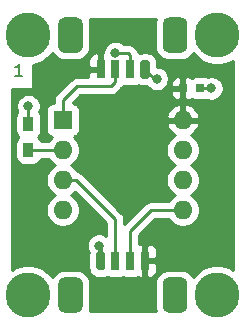
<source format=gbr>
G04 #@! TF.GenerationSoftware,KiCad,Pcbnew,(5.1.9)-1*
G04 #@! TF.CreationDate,2021-05-12T15:35:23+02:00*
G04 #@! TF.ProjectId,GPSMux,4750534d-7578-42e6-9b69-6361645f7063,01*
G04 #@! TF.SameCoordinates,Original*
G04 #@! TF.FileFunction,Copper,L1,Top*
G04 #@! TF.FilePolarity,Positive*
%FSLAX46Y46*%
G04 Gerber Fmt 4.6, Leading zero omitted, Abs format (unit mm)*
G04 Created by KiCad (PCBNEW (5.1.9)-1) date 2021-05-12 15:35:23*
%MOMM*%
%LPD*%
G01*
G04 APERTURE LIST*
G04 #@! TA.AperFunction,NonConductor*
%ADD10C,0.150000*%
G04 #@! TD*
G04 #@! TA.AperFunction,ComponentPad*
%ADD11C,3.800000*%
G04 #@! TD*
G04 #@! TA.AperFunction,SMDPad,CuDef*
%ADD12R,0.800000X0.750000*%
G04 #@! TD*
G04 #@! TA.AperFunction,ComponentPad*
%ADD13O,1.600000X1.600000*%
G04 #@! TD*
G04 #@! TA.AperFunction,ComponentPad*
%ADD14R,1.600000X1.600000*%
G04 #@! TD*
G04 #@! TA.AperFunction,SMDPad,CuDef*
%ADD15R,0.900000X1.200000*%
G04 #@! TD*
G04 #@! TA.AperFunction,ConnectorPad*
%ADD16R,0.800000X1.600000*%
G04 #@! TD*
G04 #@! TA.AperFunction,ViaPad*
%ADD17C,0.800000*%
G04 #@! TD*
G04 #@! TA.AperFunction,Conductor*
%ADD18C,0.250000*%
G04 #@! TD*
G04 #@! TA.AperFunction,Conductor*
%ADD19C,0.254000*%
G04 #@! TD*
G04 #@! TA.AperFunction,Conductor*
%ADD20C,0.100000*%
G04 #@! TD*
G04 APERTURE END LIST*
D10*
X124485714Y-45452380D02*
X123914285Y-45452380D01*
X124200000Y-45452380D02*
X124200000Y-44452380D01*
X124104761Y-44595238D01*
X124009523Y-44690476D01*
X123914285Y-44738095D01*
D11*
X125000000Y-42000000D03*
X141000000Y-42000000D03*
X141000000Y-64000000D03*
X125000000Y-64000000D03*
D12*
X139580000Y-46500000D03*
X138080000Y-46500000D03*
D13*
X138080000Y-49190000D03*
X127920000Y-56810000D03*
X138080000Y-51730000D03*
X127920000Y-54270000D03*
X138080000Y-54270000D03*
X127920000Y-51730000D03*
X138080000Y-56810000D03*
D14*
X127920000Y-49190000D03*
D15*
X125000000Y-49530000D03*
X125000000Y-51730000D03*
G04 #@! TA.AperFunction,ConnectorPad*
G36*
G01*
X131525000Y-60500000D02*
X131525000Y-61700000D01*
G75*
G02*
X131325000Y-61900000I-200000J0D01*
G01*
X130925000Y-61900000D01*
G75*
G02*
X130725000Y-61700000I0J200000D01*
G01*
X130725000Y-60500000D01*
G75*
G02*
X130925000Y-60300000I200000J0D01*
G01*
X131325000Y-60300000D01*
G75*
G02*
X131525000Y-60500000I0J-200000D01*
G01*
G37*
G04 #@! TD.AperFunction*
D16*
X132375000Y-61100000D03*
X134875000Y-61100000D03*
X133625000Y-61100000D03*
G04 #@! TA.AperFunction,ConnectorPad*
G36*
G01*
X129625000Y-63025000D02*
X129625000Y-64975000D01*
G75*
G02*
X129100000Y-65500000I-525000J0D01*
G01*
X128050000Y-65500000D01*
G75*
G02*
X127525000Y-64975000I0J525000D01*
G01*
X127525000Y-63025000D01*
G75*
G02*
X128050000Y-62500000I525000J0D01*
G01*
X129100000Y-62500000D01*
G75*
G02*
X129625000Y-63025000I0J-525000D01*
G01*
G37*
G04 #@! TD.AperFunction*
G04 #@! TA.AperFunction,ConnectorPad*
G36*
G01*
X138475000Y-63025000D02*
X138475000Y-64975000D01*
G75*
G02*
X137950000Y-65500000I-525000J0D01*
G01*
X136900000Y-65500000D01*
G75*
G02*
X136375000Y-64975000I0J525000D01*
G01*
X136375000Y-63025000D01*
G75*
G02*
X136900000Y-62500000I525000J0D01*
G01*
X137950000Y-62500000D01*
G75*
G02*
X138475000Y-63025000I0J-525000D01*
G01*
G37*
G04 #@! TD.AperFunction*
G04 #@! TA.AperFunction,ConnectorPad*
G36*
G01*
X134475000Y-45500000D02*
X134475000Y-44300000D01*
G75*
G02*
X134675000Y-44100000I200000J0D01*
G01*
X135075000Y-44100000D01*
G75*
G02*
X135275000Y-44300000I0J-200000D01*
G01*
X135275000Y-45500000D01*
G75*
G02*
X135075000Y-45700000I-200000J0D01*
G01*
X134675000Y-45700000D01*
G75*
G02*
X134475000Y-45500000I0J200000D01*
G01*
G37*
G04 #@! TD.AperFunction*
X133625000Y-44900000D03*
X131125000Y-44900000D03*
X132375000Y-44900000D03*
G04 #@! TA.AperFunction,ConnectorPad*
G36*
G01*
X136375000Y-42975000D02*
X136375000Y-41025000D01*
G75*
G02*
X136900000Y-40500000I525000J0D01*
G01*
X137950000Y-40500000D01*
G75*
G02*
X138475000Y-41025000I0J-525000D01*
G01*
X138475000Y-42975000D01*
G75*
G02*
X137950000Y-43500000I-525000J0D01*
G01*
X136900000Y-43500000D01*
G75*
G02*
X136375000Y-42975000I0J525000D01*
G01*
G37*
G04 #@! TD.AperFunction*
G04 #@! TA.AperFunction,ConnectorPad*
G36*
G01*
X127525000Y-42975000D02*
X127525000Y-41025000D01*
G75*
G02*
X128050000Y-40500000I525000J0D01*
G01*
X129100000Y-40500000D01*
G75*
G02*
X129625000Y-41025000I0J-525000D01*
G01*
X129625000Y-42975000D01*
G75*
G02*
X129100000Y-43500000I-525000J0D01*
G01*
X128050000Y-43500000D01*
G75*
G02*
X127525000Y-42975000I0J525000D01*
G01*
G37*
G04 #@! TD.AperFunction*
D17*
X140500000Y-46500000D03*
X130985516Y-59823381D03*
X135875002Y-45700000D03*
X135750000Y-58000000D03*
X125000000Y-53500000D03*
X133625000Y-42325000D03*
X125000000Y-48000056D03*
X132375000Y-43499998D03*
D18*
X139750000Y-46500000D02*
X140500000Y-46500000D01*
X131125000Y-59962865D02*
X130985516Y-59823381D01*
X131125000Y-61100000D02*
X131125000Y-59962865D01*
X135675000Y-45700000D02*
X134875000Y-44900000D01*
X135875002Y-45700000D02*
X135675000Y-45700000D01*
X138080000Y-48058630D02*
X138080000Y-46500000D01*
X138080000Y-49190000D02*
X138080000Y-48058630D01*
X125000000Y-49400000D02*
X125000000Y-48000056D01*
X127920000Y-51730000D02*
X126230000Y-51730000D01*
X126230000Y-51730000D02*
X125000000Y-51730000D01*
X132375000Y-60050000D02*
X132375000Y-61100000D01*
X132375000Y-57593630D02*
X132375000Y-60050000D01*
X129051370Y-54270000D02*
X132375000Y-57593630D01*
X127920000Y-54270000D02*
X129051370Y-54270000D01*
X133625000Y-61100000D02*
X133625000Y-58575000D01*
X135390000Y-56810000D02*
X138080000Y-56810000D01*
X133625000Y-58575000D02*
X135390000Y-56810000D01*
X132375000Y-45950000D02*
X132375000Y-44900000D01*
X132000000Y-46325000D02*
X132375000Y-45950000D01*
X129100000Y-46325000D02*
X132000000Y-46325000D01*
X127920000Y-49190000D02*
X127920000Y-47505000D01*
X127920000Y-47505000D02*
X129100000Y-46325000D01*
X132375000Y-43499998D02*
X133449998Y-43499998D01*
X133625000Y-43675000D02*
X133625000Y-44900000D01*
X133449998Y-43499998D02*
X133625000Y-43675000D01*
D19*
X135759276Y-40798096D02*
X135736928Y-41025000D01*
X135736928Y-42975000D01*
X135759276Y-43201904D01*
X135825462Y-43420088D01*
X135932941Y-43621168D01*
X136077584Y-43797416D01*
X136253832Y-43942059D01*
X136454912Y-44049538D01*
X136673096Y-44115724D01*
X136900000Y-44138072D01*
X137950000Y-44138072D01*
X138176904Y-44115724D01*
X138395088Y-44049538D01*
X138596168Y-43942059D01*
X138772416Y-43797416D01*
X138917059Y-43621168D01*
X138969214Y-43523593D01*
X139030937Y-43615968D01*
X139384032Y-43969063D01*
X139799227Y-44246488D01*
X140260568Y-44437582D01*
X140750324Y-44535000D01*
X141249676Y-44535000D01*
X141739432Y-44437582D01*
X142200773Y-44246488D01*
X142340000Y-44153459D01*
X142340001Y-61846541D01*
X142200773Y-61753512D01*
X141739432Y-61562418D01*
X141249676Y-61465000D01*
X140750324Y-61465000D01*
X140260568Y-61562418D01*
X139799227Y-61753512D01*
X139384032Y-62030937D01*
X139030937Y-62384032D01*
X138969214Y-62476407D01*
X138917059Y-62378832D01*
X138772416Y-62202584D01*
X138596168Y-62057941D01*
X138395088Y-61950462D01*
X138176904Y-61884276D01*
X137950000Y-61861928D01*
X136900000Y-61861928D01*
X136673096Y-61884276D01*
X136454912Y-61950462D01*
X136253832Y-62057941D01*
X136077584Y-62202584D01*
X135932941Y-62378832D01*
X135825462Y-62579912D01*
X135759276Y-62798096D01*
X135736928Y-63025000D01*
X135736928Y-64975000D01*
X135759276Y-65201904D01*
X135801167Y-65340000D01*
X130198833Y-65340000D01*
X130240724Y-65201904D01*
X130263072Y-64975000D01*
X130263072Y-63025000D01*
X130240724Y-62798096D01*
X130174538Y-62579912D01*
X130067059Y-62378832D01*
X129922416Y-62202584D01*
X129746168Y-62057941D01*
X129545088Y-61950462D01*
X129326904Y-61884276D01*
X129100000Y-61861928D01*
X128050000Y-61861928D01*
X127823096Y-61884276D01*
X127604912Y-61950462D01*
X127403832Y-62057941D01*
X127227584Y-62202584D01*
X127082941Y-62378832D01*
X127030786Y-62476407D01*
X126969063Y-62384032D01*
X126615968Y-62030937D01*
X126200773Y-61753512D01*
X125739432Y-61562418D01*
X125249676Y-61465000D01*
X124750324Y-61465000D01*
X124260568Y-61562418D01*
X123799227Y-61753512D01*
X123660000Y-61846541D01*
X123660000Y-48930000D01*
X123911928Y-48930000D01*
X123911928Y-50130000D01*
X123924188Y-50254482D01*
X123960498Y-50374180D01*
X124019463Y-50484494D01*
X124098815Y-50581185D01*
X124158296Y-50630000D01*
X124098815Y-50678815D01*
X124019463Y-50775506D01*
X123960498Y-50885820D01*
X123924188Y-51005518D01*
X123911928Y-51130000D01*
X123911928Y-52330000D01*
X123924188Y-52454482D01*
X123960498Y-52574180D01*
X124019463Y-52684494D01*
X124098815Y-52781185D01*
X124195506Y-52860537D01*
X124305820Y-52919502D01*
X124425518Y-52955812D01*
X124550000Y-52968072D01*
X125450000Y-52968072D01*
X125574482Y-52955812D01*
X125694180Y-52919502D01*
X125804494Y-52860537D01*
X125901185Y-52781185D01*
X125980537Y-52684494D01*
X126039502Y-52574180D01*
X126065038Y-52490000D01*
X126701957Y-52490000D01*
X126805363Y-52644759D01*
X127005241Y-52844637D01*
X127237759Y-53000000D01*
X127005241Y-53155363D01*
X126805363Y-53355241D01*
X126648320Y-53590273D01*
X126540147Y-53851426D01*
X126485000Y-54128665D01*
X126485000Y-54411335D01*
X126540147Y-54688574D01*
X126648320Y-54949727D01*
X126805363Y-55184759D01*
X127005241Y-55384637D01*
X127237759Y-55540000D01*
X127005241Y-55695363D01*
X126805363Y-55895241D01*
X126648320Y-56130273D01*
X126540147Y-56391426D01*
X126485000Y-56668665D01*
X126485000Y-56951335D01*
X126540147Y-57228574D01*
X126648320Y-57489727D01*
X126805363Y-57724759D01*
X127005241Y-57924637D01*
X127240273Y-58081680D01*
X127501426Y-58189853D01*
X127778665Y-58245000D01*
X128061335Y-58245000D01*
X128338574Y-58189853D01*
X128599727Y-58081680D01*
X128834759Y-57924637D01*
X129034637Y-57724759D01*
X129191680Y-57489727D01*
X129299853Y-57228574D01*
X129355000Y-56951335D01*
X129355000Y-56668665D01*
X129299853Y-56391426D01*
X129191680Y-56130273D01*
X129034637Y-55895241D01*
X128834759Y-55695363D01*
X128602241Y-55540000D01*
X128834759Y-55384637D01*
X128962982Y-55256414D01*
X131615000Y-57908432D01*
X131615001Y-58999205D01*
X131475772Y-58906176D01*
X131287414Y-58828155D01*
X131087455Y-58788381D01*
X130883577Y-58788381D01*
X130683618Y-58828155D01*
X130495260Y-58906176D01*
X130325742Y-59019444D01*
X130181579Y-59163607D01*
X130068311Y-59333125D01*
X129990290Y-59521483D01*
X129950516Y-59721442D01*
X129950516Y-59925320D01*
X129990290Y-60125279D01*
X130068311Y-60313637D01*
X130100533Y-60361861D01*
X130086928Y-60500000D01*
X130086928Y-61700000D01*
X130103031Y-61863500D01*
X130150722Y-62020716D01*
X130228169Y-62165608D01*
X130332394Y-62292606D01*
X130459392Y-62396831D01*
X130604284Y-62474278D01*
X130761500Y-62521969D01*
X130925000Y-62538072D01*
X131325000Y-62538072D01*
X131488500Y-62521969D01*
X131645716Y-62474278D01*
X131674027Y-62459145D01*
X131730820Y-62489502D01*
X131850518Y-62525812D01*
X131975000Y-62538072D01*
X132775000Y-62538072D01*
X132899482Y-62525812D01*
X133000000Y-62495320D01*
X133100518Y-62525812D01*
X133225000Y-62538072D01*
X134025000Y-62538072D01*
X134149482Y-62525812D01*
X134250000Y-62495320D01*
X134350518Y-62525812D01*
X134475000Y-62538072D01*
X134589250Y-62535000D01*
X134748000Y-62376250D01*
X134748000Y-61227000D01*
X135002000Y-61227000D01*
X135002000Y-62376250D01*
X135160750Y-62535000D01*
X135275000Y-62538072D01*
X135399482Y-62525812D01*
X135519180Y-62489502D01*
X135629494Y-62430537D01*
X135726185Y-62351185D01*
X135805537Y-62254494D01*
X135864502Y-62144180D01*
X135900812Y-62024482D01*
X135913072Y-61900000D01*
X135910000Y-61385750D01*
X135751250Y-61227000D01*
X135002000Y-61227000D01*
X134748000Y-61227000D01*
X134728000Y-61227000D01*
X134728000Y-60973000D01*
X134748000Y-60973000D01*
X134748000Y-59823750D01*
X135002000Y-59823750D01*
X135002000Y-60973000D01*
X135751250Y-60973000D01*
X135910000Y-60814250D01*
X135913072Y-60300000D01*
X135900812Y-60175518D01*
X135864502Y-60055820D01*
X135805537Y-59945506D01*
X135726185Y-59848815D01*
X135629494Y-59769463D01*
X135519180Y-59710498D01*
X135399482Y-59674188D01*
X135275000Y-59661928D01*
X135160750Y-59665000D01*
X135002000Y-59823750D01*
X134748000Y-59823750D01*
X134589250Y-59665000D01*
X134475000Y-59661928D01*
X134385000Y-59670792D01*
X134385000Y-58889801D01*
X135704802Y-57570000D01*
X136861957Y-57570000D01*
X136965363Y-57724759D01*
X137165241Y-57924637D01*
X137400273Y-58081680D01*
X137661426Y-58189853D01*
X137938665Y-58245000D01*
X138221335Y-58245000D01*
X138498574Y-58189853D01*
X138759727Y-58081680D01*
X138994759Y-57924637D01*
X139194637Y-57724759D01*
X139351680Y-57489727D01*
X139459853Y-57228574D01*
X139515000Y-56951335D01*
X139515000Y-56668665D01*
X139459853Y-56391426D01*
X139351680Y-56130273D01*
X139194637Y-55895241D01*
X138994759Y-55695363D01*
X138762241Y-55540000D01*
X138994759Y-55384637D01*
X139194637Y-55184759D01*
X139351680Y-54949727D01*
X139459853Y-54688574D01*
X139515000Y-54411335D01*
X139515000Y-54128665D01*
X139459853Y-53851426D01*
X139351680Y-53590273D01*
X139194637Y-53355241D01*
X138994759Y-53155363D01*
X138762241Y-53000000D01*
X138994759Y-52844637D01*
X139194637Y-52644759D01*
X139351680Y-52409727D01*
X139459853Y-52148574D01*
X139515000Y-51871335D01*
X139515000Y-51588665D01*
X139459853Y-51311426D01*
X139351680Y-51050273D01*
X139194637Y-50815241D01*
X138994759Y-50615363D01*
X138759727Y-50458320D01*
X138749135Y-50453933D01*
X138935131Y-50342385D01*
X139143519Y-50153414D01*
X139311037Y-49927420D01*
X139431246Y-49673087D01*
X139471904Y-49539039D01*
X139349915Y-49317000D01*
X138207000Y-49317000D01*
X138207000Y-49337000D01*
X137953000Y-49337000D01*
X137953000Y-49317000D01*
X136810085Y-49317000D01*
X136688096Y-49539039D01*
X136728754Y-49673087D01*
X136848963Y-49927420D01*
X137016481Y-50153414D01*
X137224869Y-50342385D01*
X137410865Y-50453933D01*
X137400273Y-50458320D01*
X137165241Y-50615363D01*
X136965363Y-50815241D01*
X136808320Y-51050273D01*
X136700147Y-51311426D01*
X136645000Y-51588665D01*
X136645000Y-51871335D01*
X136700147Y-52148574D01*
X136808320Y-52409727D01*
X136965363Y-52644759D01*
X137165241Y-52844637D01*
X137397759Y-53000000D01*
X137165241Y-53155363D01*
X136965363Y-53355241D01*
X136808320Y-53590273D01*
X136700147Y-53851426D01*
X136645000Y-54128665D01*
X136645000Y-54411335D01*
X136700147Y-54688574D01*
X136808320Y-54949727D01*
X136965363Y-55184759D01*
X137165241Y-55384637D01*
X137397759Y-55540000D01*
X137165241Y-55695363D01*
X136965363Y-55895241D01*
X136861957Y-56050000D01*
X135427323Y-56050000D01*
X135390000Y-56046324D01*
X135352677Y-56050000D01*
X135352667Y-56050000D01*
X135241014Y-56060997D01*
X135097753Y-56104454D01*
X134965723Y-56175026D01*
X134882083Y-56243668D01*
X134849999Y-56269999D01*
X134826201Y-56298997D01*
X133135000Y-57990199D01*
X133135000Y-57630963D01*
X133138677Y-57593630D01*
X133124003Y-57444644D01*
X133080546Y-57301383D01*
X133009974Y-57169354D01*
X132938799Y-57082627D01*
X132915001Y-57053629D01*
X132886004Y-57029832D01*
X129615174Y-53759003D01*
X129591371Y-53729999D01*
X129475646Y-53635026D01*
X129343617Y-53564454D01*
X129200356Y-53520997D01*
X129141519Y-53515202D01*
X129034637Y-53355241D01*
X128834759Y-53155363D01*
X128602241Y-53000000D01*
X128834759Y-52844637D01*
X129034637Y-52644759D01*
X129191680Y-52409727D01*
X129299853Y-52148574D01*
X129355000Y-51871335D01*
X129355000Y-51588665D01*
X129299853Y-51311426D01*
X129191680Y-51050273D01*
X129034637Y-50815241D01*
X128836039Y-50616643D01*
X128844482Y-50615812D01*
X128964180Y-50579502D01*
X129074494Y-50520537D01*
X129171185Y-50441185D01*
X129250537Y-50344494D01*
X129309502Y-50234180D01*
X129345812Y-50114482D01*
X129358072Y-49990000D01*
X129358072Y-48840961D01*
X136688096Y-48840961D01*
X136810085Y-49063000D01*
X137953000Y-49063000D01*
X137953000Y-47919376D01*
X138207000Y-47919376D01*
X138207000Y-49063000D01*
X139349915Y-49063000D01*
X139471904Y-48840961D01*
X139431246Y-48706913D01*
X139311037Y-48452580D01*
X139143519Y-48226586D01*
X138935131Y-48037615D01*
X138693881Y-47892930D01*
X138429040Y-47798091D01*
X138207000Y-47919376D01*
X137953000Y-47919376D01*
X137730960Y-47798091D01*
X137466119Y-47892930D01*
X137224869Y-48037615D01*
X137016481Y-48226586D01*
X136848963Y-48452580D01*
X136728754Y-48706913D01*
X136688096Y-48840961D01*
X129358072Y-48840961D01*
X129358072Y-48390000D01*
X129345812Y-48265518D01*
X129309502Y-48145820D01*
X129250537Y-48035506D01*
X129171185Y-47938815D01*
X129074494Y-47859463D01*
X128964180Y-47800498D01*
X128844482Y-47764188D01*
X128745374Y-47754427D01*
X129414802Y-47085000D01*
X131962678Y-47085000D01*
X132000000Y-47088676D01*
X132037322Y-47085000D01*
X132037333Y-47085000D01*
X132148986Y-47074003D01*
X132292247Y-47030546D01*
X132424276Y-46959974D01*
X132527817Y-46875000D01*
X137041928Y-46875000D01*
X137054188Y-46999482D01*
X137090498Y-47119180D01*
X137149463Y-47229494D01*
X137228815Y-47326185D01*
X137325506Y-47405537D01*
X137435820Y-47464502D01*
X137555518Y-47500812D01*
X137680000Y-47513072D01*
X137794250Y-47510000D01*
X137953000Y-47351250D01*
X137953000Y-46627000D01*
X137203750Y-46627000D01*
X137045000Y-46785750D01*
X137041928Y-46875000D01*
X132527817Y-46875000D01*
X132540001Y-46865001D01*
X132563804Y-46835997D01*
X132885998Y-46513803D01*
X132915001Y-46490001D01*
X133009974Y-46374276D01*
X133044897Y-46308940D01*
X133100518Y-46325812D01*
X133225000Y-46338072D01*
X134025000Y-46338072D01*
X134149482Y-46325812D01*
X134269180Y-46289502D01*
X134325973Y-46259145D01*
X134354284Y-46274278D01*
X134511500Y-46321969D01*
X134675000Y-46338072D01*
X135056564Y-46338072D01*
X135071065Y-46359774D01*
X135215228Y-46503937D01*
X135384746Y-46617205D01*
X135573104Y-46695226D01*
X135773063Y-46735000D01*
X135976941Y-46735000D01*
X136176900Y-46695226D01*
X136365258Y-46617205D01*
X136534776Y-46503937D01*
X136678939Y-46359774D01*
X136792207Y-46190256D01*
X136819237Y-46125000D01*
X137041928Y-46125000D01*
X137045000Y-46214250D01*
X137203750Y-46373000D01*
X137953000Y-46373000D01*
X137953000Y-45648750D01*
X138207000Y-45648750D01*
X138207000Y-46373000D01*
X138227000Y-46373000D01*
X138227000Y-46627000D01*
X138207000Y-46627000D01*
X138207000Y-47351250D01*
X138365750Y-47510000D01*
X138480000Y-47513072D01*
X138604482Y-47500812D01*
X138724180Y-47464502D01*
X138830000Y-47407939D01*
X138935820Y-47464502D01*
X139055518Y-47500812D01*
X139180000Y-47513072D01*
X139980000Y-47513072D01*
X140104482Y-47500812D01*
X140166309Y-47482057D01*
X140198102Y-47495226D01*
X140398061Y-47535000D01*
X140601939Y-47535000D01*
X140801898Y-47495226D01*
X140990256Y-47417205D01*
X141159774Y-47303937D01*
X141303937Y-47159774D01*
X141417205Y-46990256D01*
X141495226Y-46801898D01*
X141535000Y-46601939D01*
X141535000Y-46398061D01*
X141495226Y-46198102D01*
X141417205Y-46009744D01*
X141303937Y-45840226D01*
X141159774Y-45696063D01*
X140990256Y-45582795D01*
X140801898Y-45504774D01*
X140601939Y-45465000D01*
X140398061Y-45465000D01*
X140198102Y-45504774D01*
X140166309Y-45517943D01*
X140104482Y-45499188D01*
X139980000Y-45486928D01*
X139180000Y-45486928D01*
X139055518Y-45499188D01*
X138935820Y-45535498D01*
X138830000Y-45592061D01*
X138724180Y-45535498D01*
X138604482Y-45499188D01*
X138480000Y-45486928D01*
X138365750Y-45490000D01*
X138207000Y-45648750D01*
X137953000Y-45648750D01*
X137794250Y-45490000D01*
X137680000Y-45486928D01*
X137555518Y-45499188D01*
X137435820Y-45535498D01*
X137325506Y-45594463D01*
X137228815Y-45673815D01*
X137149463Y-45770506D01*
X137090498Y-45880820D01*
X137054188Y-46000518D01*
X137041928Y-46125000D01*
X136819237Y-46125000D01*
X136870228Y-46001898D01*
X136910002Y-45801939D01*
X136910002Y-45598061D01*
X136870228Y-45398102D01*
X136792207Y-45209744D01*
X136678939Y-45040226D01*
X136534776Y-44896063D01*
X136365258Y-44782795D01*
X136176900Y-44704774D01*
X135976941Y-44665000D01*
X135913072Y-44665000D01*
X135913072Y-44300000D01*
X135896969Y-44136500D01*
X135849278Y-43979284D01*
X135771831Y-43834392D01*
X135667606Y-43707394D01*
X135540608Y-43603169D01*
X135395716Y-43525722D01*
X135238500Y-43478031D01*
X135075000Y-43461928D01*
X134675000Y-43461928D01*
X134511500Y-43478031D01*
X134372260Y-43520269D01*
X134330546Y-43382753D01*
X134259974Y-43250724D01*
X134165001Y-43134999D01*
X134135998Y-43111197D01*
X134013802Y-42989001D01*
X133989999Y-42959997D01*
X133874274Y-42865024D01*
X133742245Y-42794452D01*
X133598984Y-42750995D01*
X133487331Y-42739998D01*
X133487320Y-42739998D01*
X133449998Y-42736322D01*
X133412676Y-42739998D01*
X133078711Y-42739998D01*
X133034774Y-42696061D01*
X132865256Y-42582793D01*
X132676898Y-42504772D01*
X132476939Y-42464998D01*
X132273061Y-42464998D01*
X132073102Y-42504772D01*
X131884744Y-42582793D01*
X131715226Y-42696061D01*
X131571063Y-42840224D01*
X131457795Y-43009742D01*
X131379774Y-43198100D01*
X131340000Y-43398059D01*
X131340000Y-43535750D01*
X131252000Y-43623750D01*
X131252000Y-44773000D01*
X131272000Y-44773000D01*
X131272000Y-45027000D01*
X131252000Y-45027000D01*
X131252000Y-45047000D01*
X130998000Y-45047000D01*
X130998000Y-45027000D01*
X130248750Y-45027000D01*
X130090000Y-45185750D01*
X130087734Y-45565000D01*
X129137322Y-45565000D01*
X129099999Y-45561324D01*
X129062677Y-45565000D01*
X129062667Y-45565000D01*
X128951014Y-45575997D01*
X128807753Y-45619454D01*
X128675723Y-45690026D01*
X128592083Y-45758668D01*
X128559999Y-45784999D01*
X128536201Y-45813997D01*
X127408998Y-46941201D01*
X127380000Y-46964999D01*
X127356202Y-46993997D01*
X127356201Y-46993998D01*
X127285026Y-47080724D01*
X127214454Y-47212754D01*
X127170998Y-47356015D01*
X127156324Y-47505000D01*
X127160001Y-47542332D01*
X127160001Y-47751928D01*
X127120000Y-47751928D01*
X126995518Y-47764188D01*
X126875820Y-47800498D01*
X126765506Y-47859463D01*
X126668815Y-47938815D01*
X126589463Y-48035506D01*
X126530498Y-48145820D01*
X126494188Y-48265518D01*
X126481928Y-48390000D01*
X126481928Y-49990000D01*
X126494188Y-50114482D01*
X126530498Y-50234180D01*
X126589463Y-50344494D01*
X126668815Y-50441185D01*
X126765506Y-50520537D01*
X126875820Y-50579502D01*
X126995518Y-50615812D01*
X127003961Y-50616643D01*
X126805363Y-50815241D01*
X126701957Y-50970000D01*
X126065038Y-50970000D01*
X126039502Y-50885820D01*
X125980537Y-50775506D01*
X125901185Y-50678815D01*
X125841704Y-50630000D01*
X125901185Y-50581185D01*
X125980537Y-50484494D01*
X126039502Y-50374180D01*
X126075812Y-50254482D01*
X126088072Y-50130000D01*
X126088072Y-48930000D01*
X126075812Y-48805518D01*
X126039502Y-48685820D01*
X125980537Y-48575506D01*
X125914250Y-48494735D01*
X125917205Y-48490312D01*
X125995226Y-48301954D01*
X126035000Y-48101995D01*
X126035000Y-47898117D01*
X125995226Y-47698158D01*
X125917205Y-47509800D01*
X125803937Y-47340282D01*
X125659774Y-47196119D01*
X125490256Y-47082851D01*
X125301898Y-47004830D01*
X125101939Y-46965056D01*
X124898061Y-46965056D01*
X124698102Y-47004830D01*
X124509744Y-47082851D01*
X124340226Y-47196119D01*
X124196063Y-47340282D01*
X124082795Y-47509800D01*
X124004774Y-47698158D01*
X123965000Y-47898117D01*
X123965000Y-48101995D01*
X124004774Y-48301954D01*
X124082795Y-48490312D01*
X124085750Y-48494735D01*
X124019463Y-48575506D01*
X123960498Y-48685820D01*
X123924188Y-48805518D01*
X123911928Y-48930000D01*
X123660000Y-48930000D01*
X123660000Y-46527500D01*
X125386191Y-46527500D01*
X125386191Y-44507846D01*
X125739432Y-44437582D01*
X126200773Y-44246488D01*
X126615968Y-43969063D01*
X126969063Y-43615968D01*
X127030786Y-43523593D01*
X127082941Y-43621168D01*
X127227584Y-43797416D01*
X127403832Y-43942059D01*
X127604912Y-44049538D01*
X127823096Y-44115724D01*
X128050000Y-44138072D01*
X129100000Y-44138072D01*
X129326904Y-44115724D01*
X129378738Y-44100000D01*
X130086928Y-44100000D01*
X130090000Y-44614250D01*
X130248750Y-44773000D01*
X130998000Y-44773000D01*
X130998000Y-43623750D01*
X130839250Y-43465000D01*
X130725000Y-43461928D01*
X130600518Y-43474188D01*
X130480820Y-43510498D01*
X130370506Y-43569463D01*
X130273815Y-43648815D01*
X130194463Y-43745506D01*
X130135498Y-43855820D01*
X130099188Y-43975518D01*
X130086928Y-44100000D01*
X129378738Y-44100000D01*
X129545088Y-44049538D01*
X129746168Y-43942059D01*
X129922416Y-43797416D01*
X130067059Y-43621168D01*
X130174538Y-43420088D01*
X130240724Y-43201904D01*
X130263072Y-42975000D01*
X130263072Y-41025000D01*
X130240724Y-40798096D01*
X130198833Y-40660000D01*
X135801167Y-40660000D01*
X135759276Y-40798096D01*
G04 #@! TA.AperFunction,Conductor*
D20*
G36*
X135759276Y-40798096D02*
G01*
X135736928Y-41025000D01*
X135736928Y-42975000D01*
X135759276Y-43201904D01*
X135825462Y-43420088D01*
X135932941Y-43621168D01*
X136077584Y-43797416D01*
X136253832Y-43942059D01*
X136454912Y-44049538D01*
X136673096Y-44115724D01*
X136900000Y-44138072D01*
X137950000Y-44138072D01*
X138176904Y-44115724D01*
X138395088Y-44049538D01*
X138596168Y-43942059D01*
X138772416Y-43797416D01*
X138917059Y-43621168D01*
X138969214Y-43523593D01*
X139030937Y-43615968D01*
X139384032Y-43969063D01*
X139799227Y-44246488D01*
X140260568Y-44437582D01*
X140750324Y-44535000D01*
X141249676Y-44535000D01*
X141739432Y-44437582D01*
X142200773Y-44246488D01*
X142340000Y-44153459D01*
X142340001Y-61846541D01*
X142200773Y-61753512D01*
X141739432Y-61562418D01*
X141249676Y-61465000D01*
X140750324Y-61465000D01*
X140260568Y-61562418D01*
X139799227Y-61753512D01*
X139384032Y-62030937D01*
X139030937Y-62384032D01*
X138969214Y-62476407D01*
X138917059Y-62378832D01*
X138772416Y-62202584D01*
X138596168Y-62057941D01*
X138395088Y-61950462D01*
X138176904Y-61884276D01*
X137950000Y-61861928D01*
X136900000Y-61861928D01*
X136673096Y-61884276D01*
X136454912Y-61950462D01*
X136253832Y-62057941D01*
X136077584Y-62202584D01*
X135932941Y-62378832D01*
X135825462Y-62579912D01*
X135759276Y-62798096D01*
X135736928Y-63025000D01*
X135736928Y-64975000D01*
X135759276Y-65201904D01*
X135801167Y-65340000D01*
X130198833Y-65340000D01*
X130240724Y-65201904D01*
X130263072Y-64975000D01*
X130263072Y-63025000D01*
X130240724Y-62798096D01*
X130174538Y-62579912D01*
X130067059Y-62378832D01*
X129922416Y-62202584D01*
X129746168Y-62057941D01*
X129545088Y-61950462D01*
X129326904Y-61884276D01*
X129100000Y-61861928D01*
X128050000Y-61861928D01*
X127823096Y-61884276D01*
X127604912Y-61950462D01*
X127403832Y-62057941D01*
X127227584Y-62202584D01*
X127082941Y-62378832D01*
X127030786Y-62476407D01*
X126969063Y-62384032D01*
X126615968Y-62030937D01*
X126200773Y-61753512D01*
X125739432Y-61562418D01*
X125249676Y-61465000D01*
X124750324Y-61465000D01*
X124260568Y-61562418D01*
X123799227Y-61753512D01*
X123660000Y-61846541D01*
X123660000Y-48930000D01*
X123911928Y-48930000D01*
X123911928Y-50130000D01*
X123924188Y-50254482D01*
X123960498Y-50374180D01*
X124019463Y-50484494D01*
X124098815Y-50581185D01*
X124158296Y-50630000D01*
X124098815Y-50678815D01*
X124019463Y-50775506D01*
X123960498Y-50885820D01*
X123924188Y-51005518D01*
X123911928Y-51130000D01*
X123911928Y-52330000D01*
X123924188Y-52454482D01*
X123960498Y-52574180D01*
X124019463Y-52684494D01*
X124098815Y-52781185D01*
X124195506Y-52860537D01*
X124305820Y-52919502D01*
X124425518Y-52955812D01*
X124550000Y-52968072D01*
X125450000Y-52968072D01*
X125574482Y-52955812D01*
X125694180Y-52919502D01*
X125804494Y-52860537D01*
X125901185Y-52781185D01*
X125980537Y-52684494D01*
X126039502Y-52574180D01*
X126065038Y-52490000D01*
X126701957Y-52490000D01*
X126805363Y-52644759D01*
X127005241Y-52844637D01*
X127237759Y-53000000D01*
X127005241Y-53155363D01*
X126805363Y-53355241D01*
X126648320Y-53590273D01*
X126540147Y-53851426D01*
X126485000Y-54128665D01*
X126485000Y-54411335D01*
X126540147Y-54688574D01*
X126648320Y-54949727D01*
X126805363Y-55184759D01*
X127005241Y-55384637D01*
X127237759Y-55540000D01*
X127005241Y-55695363D01*
X126805363Y-55895241D01*
X126648320Y-56130273D01*
X126540147Y-56391426D01*
X126485000Y-56668665D01*
X126485000Y-56951335D01*
X126540147Y-57228574D01*
X126648320Y-57489727D01*
X126805363Y-57724759D01*
X127005241Y-57924637D01*
X127240273Y-58081680D01*
X127501426Y-58189853D01*
X127778665Y-58245000D01*
X128061335Y-58245000D01*
X128338574Y-58189853D01*
X128599727Y-58081680D01*
X128834759Y-57924637D01*
X129034637Y-57724759D01*
X129191680Y-57489727D01*
X129299853Y-57228574D01*
X129355000Y-56951335D01*
X129355000Y-56668665D01*
X129299853Y-56391426D01*
X129191680Y-56130273D01*
X129034637Y-55895241D01*
X128834759Y-55695363D01*
X128602241Y-55540000D01*
X128834759Y-55384637D01*
X128962982Y-55256414D01*
X131615000Y-57908432D01*
X131615001Y-58999205D01*
X131475772Y-58906176D01*
X131287414Y-58828155D01*
X131087455Y-58788381D01*
X130883577Y-58788381D01*
X130683618Y-58828155D01*
X130495260Y-58906176D01*
X130325742Y-59019444D01*
X130181579Y-59163607D01*
X130068311Y-59333125D01*
X129990290Y-59521483D01*
X129950516Y-59721442D01*
X129950516Y-59925320D01*
X129990290Y-60125279D01*
X130068311Y-60313637D01*
X130100533Y-60361861D01*
X130086928Y-60500000D01*
X130086928Y-61700000D01*
X130103031Y-61863500D01*
X130150722Y-62020716D01*
X130228169Y-62165608D01*
X130332394Y-62292606D01*
X130459392Y-62396831D01*
X130604284Y-62474278D01*
X130761500Y-62521969D01*
X130925000Y-62538072D01*
X131325000Y-62538072D01*
X131488500Y-62521969D01*
X131645716Y-62474278D01*
X131674027Y-62459145D01*
X131730820Y-62489502D01*
X131850518Y-62525812D01*
X131975000Y-62538072D01*
X132775000Y-62538072D01*
X132899482Y-62525812D01*
X133000000Y-62495320D01*
X133100518Y-62525812D01*
X133225000Y-62538072D01*
X134025000Y-62538072D01*
X134149482Y-62525812D01*
X134250000Y-62495320D01*
X134350518Y-62525812D01*
X134475000Y-62538072D01*
X134589250Y-62535000D01*
X134748000Y-62376250D01*
X134748000Y-61227000D01*
X135002000Y-61227000D01*
X135002000Y-62376250D01*
X135160750Y-62535000D01*
X135275000Y-62538072D01*
X135399482Y-62525812D01*
X135519180Y-62489502D01*
X135629494Y-62430537D01*
X135726185Y-62351185D01*
X135805537Y-62254494D01*
X135864502Y-62144180D01*
X135900812Y-62024482D01*
X135913072Y-61900000D01*
X135910000Y-61385750D01*
X135751250Y-61227000D01*
X135002000Y-61227000D01*
X134748000Y-61227000D01*
X134728000Y-61227000D01*
X134728000Y-60973000D01*
X134748000Y-60973000D01*
X134748000Y-59823750D01*
X135002000Y-59823750D01*
X135002000Y-60973000D01*
X135751250Y-60973000D01*
X135910000Y-60814250D01*
X135913072Y-60300000D01*
X135900812Y-60175518D01*
X135864502Y-60055820D01*
X135805537Y-59945506D01*
X135726185Y-59848815D01*
X135629494Y-59769463D01*
X135519180Y-59710498D01*
X135399482Y-59674188D01*
X135275000Y-59661928D01*
X135160750Y-59665000D01*
X135002000Y-59823750D01*
X134748000Y-59823750D01*
X134589250Y-59665000D01*
X134475000Y-59661928D01*
X134385000Y-59670792D01*
X134385000Y-58889801D01*
X135704802Y-57570000D01*
X136861957Y-57570000D01*
X136965363Y-57724759D01*
X137165241Y-57924637D01*
X137400273Y-58081680D01*
X137661426Y-58189853D01*
X137938665Y-58245000D01*
X138221335Y-58245000D01*
X138498574Y-58189853D01*
X138759727Y-58081680D01*
X138994759Y-57924637D01*
X139194637Y-57724759D01*
X139351680Y-57489727D01*
X139459853Y-57228574D01*
X139515000Y-56951335D01*
X139515000Y-56668665D01*
X139459853Y-56391426D01*
X139351680Y-56130273D01*
X139194637Y-55895241D01*
X138994759Y-55695363D01*
X138762241Y-55540000D01*
X138994759Y-55384637D01*
X139194637Y-55184759D01*
X139351680Y-54949727D01*
X139459853Y-54688574D01*
X139515000Y-54411335D01*
X139515000Y-54128665D01*
X139459853Y-53851426D01*
X139351680Y-53590273D01*
X139194637Y-53355241D01*
X138994759Y-53155363D01*
X138762241Y-53000000D01*
X138994759Y-52844637D01*
X139194637Y-52644759D01*
X139351680Y-52409727D01*
X139459853Y-52148574D01*
X139515000Y-51871335D01*
X139515000Y-51588665D01*
X139459853Y-51311426D01*
X139351680Y-51050273D01*
X139194637Y-50815241D01*
X138994759Y-50615363D01*
X138759727Y-50458320D01*
X138749135Y-50453933D01*
X138935131Y-50342385D01*
X139143519Y-50153414D01*
X139311037Y-49927420D01*
X139431246Y-49673087D01*
X139471904Y-49539039D01*
X139349915Y-49317000D01*
X138207000Y-49317000D01*
X138207000Y-49337000D01*
X137953000Y-49337000D01*
X137953000Y-49317000D01*
X136810085Y-49317000D01*
X136688096Y-49539039D01*
X136728754Y-49673087D01*
X136848963Y-49927420D01*
X137016481Y-50153414D01*
X137224869Y-50342385D01*
X137410865Y-50453933D01*
X137400273Y-50458320D01*
X137165241Y-50615363D01*
X136965363Y-50815241D01*
X136808320Y-51050273D01*
X136700147Y-51311426D01*
X136645000Y-51588665D01*
X136645000Y-51871335D01*
X136700147Y-52148574D01*
X136808320Y-52409727D01*
X136965363Y-52644759D01*
X137165241Y-52844637D01*
X137397759Y-53000000D01*
X137165241Y-53155363D01*
X136965363Y-53355241D01*
X136808320Y-53590273D01*
X136700147Y-53851426D01*
X136645000Y-54128665D01*
X136645000Y-54411335D01*
X136700147Y-54688574D01*
X136808320Y-54949727D01*
X136965363Y-55184759D01*
X137165241Y-55384637D01*
X137397759Y-55540000D01*
X137165241Y-55695363D01*
X136965363Y-55895241D01*
X136861957Y-56050000D01*
X135427323Y-56050000D01*
X135390000Y-56046324D01*
X135352677Y-56050000D01*
X135352667Y-56050000D01*
X135241014Y-56060997D01*
X135097753Y-56104454D01*
X134965723Y-56175026D01*
X134882083Y-56243668D01*
X134849999Y-56269999D01*
X134826201Y-56298997D01*
X133135000Y-57990199D01*
X133135000Y-57630963D01*
X133138677Y-57593630D01*
X133124003Y-57444644D01*
X133080546Y-57301383D01*
X133009974Y-57169354D01*
X132938799Y-57082627D01*
X132915001Y-57053629D01*
X132886004Y-57029832D01*
X129615174Y-53759003D01*
X129591371Y-53729999D01*
X129475646Y-53635026D01*
X129343617Y-53564454D01*
X129200356Y-53520997D01*
X129141519Y-53515202D01*
X129034637Y-53355241D01*
X128834759Y-53155363D01*
X128602241Y-53000000D01*
X128834759Y-52844637D01*
X129034637Y-52644759D01*
X129191680Y-52409727D01*
X129299853Y-52148574D01*
X129355000Y-51871335D01*
X129355000Y-51588665D01*
X129299853Y-51311426D01*
X129191680Y-51050273D01*
X129034637Y-50815241D01*
X128836039Y-50616643D01*
X128844482Y-50615812D01*
X128964180Y-50579502D01*
X129074494Y-50520537D01*
X129171185Y-50441185D01*
X129250537Y-50344494D01*
X129309502Y-50234180D01*
X129345812Y-50114482D01*
X129358072Y-49990000D01*
X129358072Y-48840961D01*
X136688096Y-48840961D01*
X136810085Y-49063000D01*
X137953000Y-49063000D01*
X137953000Y-47919376D01*
X138207000Y-47919376D01*
X138207000Y-49063000D01*
X139349915Y-49063000D01*
X139471904Y-48840961D01*
X139431246Y-48706913D01*
X139311037Y-48452580D01*
X139143519Y-48226586D01*
X138935131Y-48037615D01*
X138693881Y-47892930D01*
X138429040Y-47798091D01*
X138207000Y-47919376D01*
X137953000Y-47919376D01*
X137730960Y-47798091D01*
X137466119Y-47892930D01*
X137224869Y-48037615D01*
X137016481Y-48226586D01*
X136848963Y-48452580D01*
X136728754Y-48706913D01*
X136688096Y-48840961D01*
X129358072Y-48840961D01*
X129358072Y-48390000D01*
X129345812Y-48265518D01*
X129309502Y-48145820D01*
X129250537Y-48035506D01*
X129171185Y-47938815D01*
X129074494Y-47859463D01*
X128964180Y-47800498D01*
X128844482Y-47764188D01*
X128745374Y-47754427D01*
X129414802Y-47085000D01*
X131962678Y-47085000D01*
X132000000Y-47088676D01*
X132037322Y-47085000D01*
X132037333Y-47085000D01*
X132148986Y-47074003D01*
X132292247Y-47030546D01*
X132424276Y-46959974D01*
X132527817Y-46875000D01*
X137041928Y-46875000D01*
X137054188Y-46999482D01*
X137090498Y-47119180D01*
X137149463Y-47229494D01*
X137228815Y-47326185D01*
X137325506Y-47405537D01*
X137435820Y-47464502D01*
X137555518Y-47500812D01*
X137680000Y-47513072D01*
X137794250Y-47510000D01*
X137953000Y-47351250D01*
X137953000Y-46627000D01*
X137203750Y-46627000D01*
X137045000Y-46785750D01*
X137041928Y-46875000D01*
X132527817Y-46875000D01*
X132540001Y-46865001D01*
X132563804Y-46835997D01*
X132885998Y-46513803D01*
X132915001Y-46490001D01*
X133009974Y-46374276D01*
X133044897Y-46308940D01*
X133100518Y-46325812D01*
X133225000Y-46338072D01*
X134025000Y-46338072D01*
X134149482Y-46325812D01*
X134269180Y-46289502D01*
X134325973Y-46259145D01*
X134354284Y-46274278D01*
X134511500Y-46321969D01*
X134675000Y-46338072D01*
X135056564Y-46338072D01*
X135071065Y-46359774D01*
X135215228Y-46503937D01*
X135384746Y-46617205D01*
X135573104Y-46695226D01*
X135773063Y-46735000D01*
X135976941Y-46735000D01*
X136176900Y-46695226D01*
X136365258Y-46617205D01*
X136534776Y-46503937D01*
X136678939Y-46359774D01*
X136792207Y-46190256D01*
X136819237Y-46125000D01*
X137041928Y-46125000D01*
X137045000Y-46214250D01*
X137203750Y-46373000D01*
X137953000Y-46373000D01*
X137953000Y-45648750D01*
X138207000Y-45648750D01*
X138207000Y-46373000D01*
X138227000Y-46373000D01*
X138227000Y-46627000D01*
X138207000Y-46627000D01*
X138207000Y-47351250D01*
X138365750Y-47510000D01*
X138480000Y-47513072D01*
X138604482Y-47500812D01*
X138724180Y-47464502D01*
X138830000Y-47407939D01*
X138935820Y-47464502D01*
X139055518Y-47500812D01*
X139180000Y-47513072D01*
X139980000Y-47513072D01*
X140104482Y-47500812D01*
X140166309Y-47482057D01*
X140198102Y-47495226D01*
X140398061Y-47535000D01*
X140601939Y-47535000D01*
X140801898Y-47495226D01*
X140990256Y-47417205D01*
X141159774Y-47303937D01*
X141303937Y-47159774D01*
X141417205Y-46990256D01*
X141495226Y-46801898D01*
X141535000Y-46601939D01*
X141535000Y-46398061D01*
X141495226Y-46198102D01*
X141417205Y-46009744D01*
X141303937Y-45840226D01*
X141159774Y-45696063D01*
X140990256Y-45582795D01*
X140801898Y-45504774D01*
X140601939Y-45465000D01*
X140398061Y-45465000D01*
X140198102Y-45504774D01*
X140166309Y-45517943D01*
X140104482Y-45499188D01*
X139980000Y-45486928D01*
X139180000Y-45486928D01*
X139055518Y-45499188D01*
X138935820Y-45535498D01*
X138830000Y-45592061D01*
X138724180Y-45535498D01*
X138604482Y-45499188D01*
X138480000Y-45486928D01*
X138365750Y-45490000D01*
X138207000Y-45648750D01*
X137953000Y-45648750D01*
X137794250Y-45490000D01*
X137680000Y-45486928D01*
X137555518Y-45499188D01*
X137435820Y-45535498D01*
X137325506Y-45594463D01*
X137228815Y-45673815D01*
X137149463Y-45770506D01*
X137090498Y-45880820D01*
X137054188Y-46000518D01*
X137041928Y-46125000D01*
X136819237Y-46125000D01*
X136870228Y-46001898D01*
X136910002Y-45801939D01*
X136910002Y-45598061D01*
X136870228Y-45398102D01*
X136792207Y-45209744D01*
X136678939Y-45040226D01*
X136534776Y-44896063D01*
X136365258Y-44782795D01*
X136176900Y-44704774D01*
X135976941Y-44665000D01*
X135913072Y-44665000D01*
X135913072Y-44300000D01*
X135896969Y-44136500D01*
X135849278Y-43979284D01*
X135771831Y-43834392D01*
X135667606Y-43707394D01*
X135540608Y-43603169D01*
X135395716Y-43525722D01*
X135238500Y-43478031D01*
X135075000Y-43461928D01*
X134675000Y-43461928D01*
X134511500Y-43478031D01*
X134372260Y-43520269D01*
X134330546Y-43382753D01*
X134259974Y-43250724D01*
X134165001Y-43134999D01*
X134135998Y-43111197D01*
X134013802Y-42989001D01*
X133989999Y-42959997D01*
X133874274Y-42865024D01*
X133742245Y-42794452D01*
X133598984Y-42750995D01*
X133487331Y-42739998D01*
X133487320Y-42739998D01*
X133449998Y-42736322D01*
X133412676Y-42739998D01*
X133078711Y-42739998D01*
X133034774Y-42696061D01*
X132865256Y-42582793D01*
X132676898Y-42504772D01*
X132476939Y-42464998D01*
X132273061Y-42464998D01*
X132073102Y-42504772D01*
X131884744Y-42582793D01*
X131715226Y-42696061D01*
X131571063Y-42840224D01*
X131457795Y-43009742D01*
X131379774Y-43198100D01*
X131340000Y-43398059D01*
X131340000Y-43535750D01*
X131252000Y-43623750D01*
X131252000Y-44773000D01*
X131272000Y-44773000D01*
X131272000Y-45027000D01*
X131252000Y-45027000D01*
X131252000Y-45047000D01*
X130998000Y-45047000D01*
X130998000Y-45027000D01*
X130248750Y-45027000D01*
X130090000Y-45185750D01*
X130087734Y-45565000D01*
X129137322Y-45565000D01*
X129099999Y-45561324D01*
X129062677Y-45565000D01*
X129062667Y-45565000D01*
X128951014Y-45575997D01*
X128807753Y-45619454D01*
X128675723Y-45690026D01*
X128592083Y-45758668D01*
X128559999Y-45784999D01*
X128536201Y-45813997D01*
X127408998Y-46941201D01*
X127380000Y-46964999D01*
X127356202Y-46993997D01*
X127356201Y-46993998D01*
X127285026Y-47080724D01*
X127214454Y-47212754D01*
X127170998Y-47356015D01*
X127156324Y-47505000D01*
X127160001Y-47542332D01*
X127160001Y-47751928D01*
X127120000Y-47751928D01*
X126995518Y-47764188D01*
X126875820Y-47800498D01*
X126765506Y-47859463D01*
X126668815Y-47938815D01*
X126589463Y-48035506D01*
X126530498Y-48145820D01*
X126494188Y-48265518D01*
X126481928Y-48390000D01*
X126481928Y-49990000D01*
X126494188Y-50114482D01*
X126530498Y-50234180D01*
X126589463Y-50344494D01*
X126668815Y-50441185D01*
X126765506Y-50520537D01*
X126875820Y-50579502D01*
X126995518Y-50615812D01*
X127003961Y-50616643D01*
X126805363Y-50815241D01*
X126701957Y-50970000D01*
X126065038Y-50970000D01*
X126039502Y-50885820D01*
X125980537Y-50775506D01*
X125901185Y-50678815D01*
X125841704Y-50630000D01*
X125901185Y-50581185D01*
X125980537Y-50484494D01*
X126039502Y-50374180D01*
X126075812Y-50254482D01*
X126088072Y-50130000D01*
X126088072Y-48930000D01*
X126075812Y-48805518D01*
X126039502Y-48685820D01*
X125980537Y-48575506D01*
X125914250Y-48494735D01*
X125917205Y-48490312D01*
X125995226Y-48301954D01*
X126035000Y-48101995D01*
X126035000Y-47898117D01*
X125995226Y-47698158D01*
X125917205Y-47509800D01*
X125803937Y-47340282D01*
X125659774Y-47196119D01*
X125490256Y-47082851D01*
X125301898Y-47004830D01*
X125101939Y-46965056D01*
X124898061Y-46965056D01*
X124698102Y-47004830D01*
X124509744Y-47082851D01*
X124340226Y-47196119D01*
X124196063Y-47340282D01*
X124082795Y-47509800D01*
X124004774Y-47698158D01*
X123965000Y-47898117D01*
X123965000Y-48101995D01*
X124004774Y-48301954D01*
X124082795Y-48490312D01*
X124085750Y-48494735D01*
X124019463Y-48575506D01*
X123960498Y-48685820D01*
X123924188Y-48805518D01*
X123911928Y-48930000D01*
X123660000Y-48930000D01*
X123660000Y-46527500D01*
X125386191Y-46527500D01*
X125386191Y-44507846D01*
X125739432Y-44437582D01*
X126200773Y-44246488D01*
X126615968Y-43969063D01*
X126969063Y-43615968D01*
X127030786Y-43523593D01*
X127082941Y-43621168D01*
X127227584Y-43797416D01*
X127403832Y-43942059D01*
X127604912Y-44049538D01*
X127823096Y-44115724D01*
X128050000Y-44138072D01*
X129100000Y-44138072D01*
X129326904Y-44115724D01*
X129378738Y-44100000D01*
X130086928Y-44100000D01*
X130090000Y-44614250D01*
X130248750Y-44773000D01*
X130998000Y-44773000D01*
X130998000Y-43623750D01*
X130839250Y-43465000D01*
X130725000Y-43461928D01*
X130600518Y-43474188D01*
X130480820Y-43510498D01*
X130370506Y-43569463D01*
X130273815Y-43648815D01*
X130194463Y-43745506D01*
X130135498Y-43855820D01*
X130099188Y-43975518D01*
X130086928Y-44100000D01*
X129378738Y-44100000D01*
X129545088Y-44049538D01*
X129746168Y-43942059D01*
X129922416Y-43797416D01*
X130067059Y-43621168D01*
X130174538Y-43420088D01*
X130240724Y-43201904D01*
X130263072Y-42975000D01*
X130263072Y-41025000D01*
X130240724Y-40798096D01*
X130198833Y-40660000D01*
X135801167Y-40660000D01*
X135759276Y-40798096D01*
G37*
G04 #@! TD.AperFunction*
M02*

</source>
